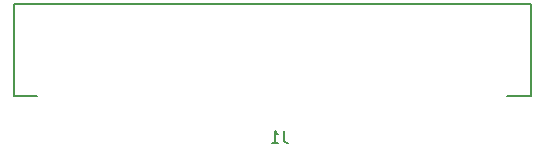
<source format=gbr>
G04 #@! TF.GenerationSoftware,KiCad,Pcbnew,(5.1.4-0-10_14)*
G04 #@! TF.CreationDate,2019-10-21T17:01:18+11:00*
G04 #@! TF.ProjectId,A1200KB,41313230-304b-4422-9e6b-696361645f70,rev?*
G04 #@! TF.SameCoordinates,Original*
G04 #@! TF.FileFunction,Legend,Bot*
G04 #@! TF.FilePolarity,Positive*
%FSLAX46Y46*%
G04 Gerber Fmt 4.6, Leading zero omitted, Abs format (unit mm)*
G04 Created by KiCad (PCBNEW (5.1.4-0-10_14)) date 2019-10-21 17:01:18*
%MOMM*%
%LPD*%
G04 APERTURE LIST*
%ADD10C,0.150000*%
G04 APERTURE END LIST*
D10*
X147660000Y-51140000D02*
X147660000Y-43390000D01*
X189410000Y-51140000D02*
X191410000Y-51140000D01*
X191410000Y-51140000D02*
X191410000Y-43390000D01*
X191410000Y-43390000D02*
X147660000Y-43390000D01*
X147660000Y-51140000D02*
X149660000Y-51140000D01*
X170493333Y-54092380D02*
X170493333Y-54806666D01*
X170540952Y-54949523D01*
X170636190Y-55044761D01*
X170779047Y-55092380D01*
X170874285Y-55092380D01*
X169493333Y-55092380D02*
X170064761Y-55092380D01*
X169779047Y-55092380D02*
X169779047Y-54092380D01*
X169874285Y-54235238D01*
X169969523Y-54330476D01*
X170064761Y-54378095D01*
M02*

</source>
